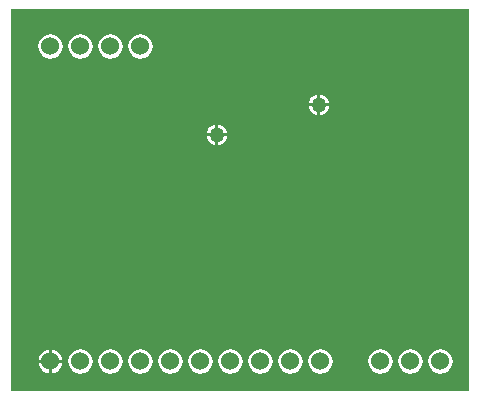
<source format=gbl>
G04*
G04 #@! TF.GenerationSoftware,Altium Limited,Altium Designer,20.1.14 (287)*
G04*
G04 Layer_Physical_Order=2*
G04 Layer_Color=16711680*
%FSLAX24Y24*%
%MOIN*%
G70*
G04*
G04 #@! TF.SameCoordinates,8CDA295F-3AC2-4F8A-B50F-62FCF4205E73*
G04*
G04*
G04 #@! TF.FilePolarity,Positive*
G04*
G01*
G75*
%ADD21C,0.0600*%
%ADD22C,0.0500*%
G36*
X49500Y29750D02*
X34250D01*
Y42500D01*
X49500D01*
Y29750D01*
D02*
G37*
%LPC*%
G36*
X38550Y41653D02*
X38446Y41640D01*
X38348Y41599D01*
X38265Y41535D01*
X38201Y41452D01*
X38160Y41354D01*
X38147Y41250D01*
X38160Y41146D01*
X38201Y41048D01*
X38265Y40965D01*
X38348Y40901D01*
X38446Y40860D01*
X38550Y40847D01*
X38654Y40860D01*
X38752Y40901D01*
X38835Y40965D01*
X38899Y41048D01*
X38940Y41146D01*
X38953Y41250D01*
X38940Y41354D01*
X38899Y41452D01*
X38835Y41535D01*
X38752Y41599D01*
X38654Y41640D01*
X38550Y41653D01*
D02*
G37*
G36*
X37550D02*
X37446Y41640D01*
X37348Y41599D01*
X37265Y41535D01*
X37201Y41452D01*
X37160Y41354D01*
X37147Y41250D01*
X37160Y41146D01*
X37201Y41048D01*
X37265Y40965D01*
X37348Y40901D01*
X37446Y40860D01*
X37550Y40847D01*
X37654Y40860D01*
X37752Y40901D01*
X37835Y40965D01*
X37899Y41048D01*
X37940Y41146D01*
X37953Y41250D01*
X37940Y41354D01*
X37899Y41452D01*
X37835Y41535D01*
X37752Y41599D01*
X37654Y41640D01*
X37550Y41653D01*
D02*
G37*
G36*
X36550D02*
X36446Y41640D01*
X36348Y41599D01*
X36265Y41535D01*
X36201Y41452D01*
X36160Y41354D01*
X36147Y41250D01*
X36160Y41146D01*
X36201Y41048D01*
X36265Y40965D01*
X36348Y40901D01*
X36446Y40860D01*
X36550Y40847D01*
X36654Y40860D01*
X36752Y40901D01*
X36835Y40965D01*
X36899Y41048D01*
X36940Y41146D01*
X36953Y41250D01*
X36940Y41354D01*
X36899Y41452D01*
X36835Y41535D01*
X36752Y41599D01*
X36654Y41640D01*
X36550Y41653D01*
D02*
G37*
G36*
X35550D02*
X35446Y41640D01*
X35348Y41599D01*
X35265Y41535D01*
X35201Y41452D01*
X35160Y41354D01*
X35147Y41250D01*
X35160Y41146D01*
X35201Y41048D01*
X35265Y40965D01*
X35348Y40901D01*
X35446Y40860D01*
X35550Y40847D01*
X35654Y40860D01*
X35752Y40901D01*
X35835Y40965D01*
X35899Y41048D01*
X35940Y41146D01*
X35953Y41250D01*
X35940Y41354D01*
X35899Y41452D01*
X35835Y41535D01*
X35752Y41599D01*
X35654Y41640D01*
X35550Y41653D01*
D02*
G37*
G36*
X44550Y39646D02*
Y39350D01*
X44846D01*
X44841Y39391D01*
X44806Y39477D01*
X44750Y39550D01*
X44677Y39606D01*
X44591Y39641D01*
X44550Y39646D01*
D02*
G37*
G36*
X44450D02*
X44409Y39641D01*
X44323Y39606D01*
X44250Y39550D01*
X44194Y39477D01*
X44159Y39391D01*
X44154Y39350D01*
X44450D01*
Y39646D01*
D02*
G37*
G36*
X44846Y39250D02*
X44550D01*
Y38954D01*
X44591Y38959D01*
X44677Y38994D01*
X44750Y39050D01*
X44806Y39123D01*
X44841Y39209D01*
X44846Y39250D01*
D02*
G37*
G36*
X44450D02*
X44154D01*
X44159Y39209D01*
X44194Y39123D01*
X44250Y39050D01*
X44323Y38994D01*
X44409Y38959D01*
X44450Y38954D01*
Y39250D01*
D02*
G37*
G36*
X41150Y38646D02*
Y38350D01*
X41446D01*
X41441Y38391D01*
X41406Y38477D01*
X41350Y38550D01*
X41277Y38606D01*
X41191Y38641D01*
X41150Y38646D01*
D02*
G37*
G36*
X41050D02*
X41009Y38641D01*
X40923Y38606D01*
X40850Y38550D01*
X40794Y38477D01*
X40759Y38391D01*
X40754Y38350D01*
X41050D01*
Y38646D01*
D02*
G37*
G36*
X41446Y38250D02*
X41150D01*
Y37954D01*
X41191Y37959D01*
X41277Y37994D01*
X41350Y38050D01*
X41406Y38123D01*
X41441Y38209D01*
X41446Y38250D01*
D02*
G37*
G36*
X41050D02*
X40754D01*
X40759Y38209D01*
X40794Y38123D01*
X40850Y38050D01*
X40923Y37994D01*
X41009Y37959D01*
X41050Y37954D01*
Y38250D01*
D02*
G37*
G36*
X35600Y31147D02*
Y30800D01*
X35947D01*
X35940Y30854D01*
X35899Y30952D01*
X35835Y31035D01*
X35752Y31099D01*
X35654Y31140D01*
X35600Y31147D01*
D02*
G37*
G36*
X35500D02*
X35446Y31140D01*
X35348Y31099D01*
X35265Y31035D01*
X35201Y30952D01*
X35160Y30854D01*
X35153Y30800D01*
X35500D01*
Y31147D01*
D02*
G37*
G36*
X35947Y30700D02*
X35600D01*
Y30353D01*
X35654Y30360D01*
X35752Y30401D01*
X35835Y30465D01*
X35899Y30548D01*
X35940Y30646D01*
X35947Y30700D01*
D02*
G37*
G36*
X35500D02*
X35153D01*
X35160Y30646D01*
X35201Y30548D01*
X35265Y30465D01*
X35348Y30401D01*
X35446Y30360D01*
X35500Y30353D01*
Y30700D01*
D02*
G37*
G36*
X48550Y31153D02*
X48446Y31140D01*
X48348Y31099D01*
X48265Y31035D01*
X48201Y30952D01*
X48160Y30854D01*
X48147Y30750D01*
X48160Y30646D01*
X48201Y30548D01*
X48265Y30465D01*
X48348Y30401D01*
X48446Y30360D01*
X48550Y30347D01*
X48654Y30360D01*
X48752Y30401D01*
X48835Y30465D01*
X48899Y30548D01*
X48940Y30646D01*
X48953Y30750D01*
X48940Y30854D01*
X48899Y30952D01*
X48835Y31035D01*
X48752Y31099D01*
X48654Y31140D01*
X48550Y31153D01*
D02*
G37*
G36*
X47550D02*
X47446Y31140D01*
X47348Y31099D01*
X47265Y31035D01*
X47201Y30952D01*
X47160Y30854D01*
X47147Y30750D01*
X47160Y30646D01*
X47201Y30548D01*
X47265Y30465D01*
X47348Y30401D01*
X47446Y30360D01*
X47550Y30347D01*
X47654Y30360D01*
X47752Y30401D01*
X47835Y30465D01*
X47899Y30548D01*
X47940Y30646D01*
X47953Y30750D01*
X47940Y30854D01*
X47899Y30952D01*
X47835Y31035D01*
X47752Y31099D01*
X47654Y31140D01*
X47550Y31153D01*
D02*
G37*
G36*
X46550D02*
X46446Y31140D01*
X46348Y31099D01*
X46265Y31035D01*
X46201Y30952D01*
X46160Y30854D01*
X46147Y30750D01*
X46160Y30646D01*
X46201Y30548D01*
X46265Y30465D01*
X46348Y30401D01*
X46446Y30360D01*
X46550Y30347D01*
X46654Y30360D01*
X46752Y30401D01*
X46835Y30465D01*
X46899Y30548D01*
X46940Y30646D01*
X46953Y30750D01*
X46940Y30854D01*
X46899Y30952D01*
X46835Y31035D01*
X46752Y31099D01*
X46654Y31140D01*
X46550Y31153D01*
D02*
G37*
G36*
X44550D02*
X44446Y31140D01*
X44348Y31099D01*
X44265Y31035D01*
X44201Y30952D01*
X44160Y30854D01*
X44147Y30750D01*
X44160Y30646D01*
X44201Y30548D01*
X44265Y30465D01*
X44348Y30401D01*
X44446Y30360D01*
X44550Y30347D01*
X44654Y30360D01*
X44752Y30401D01*
X44835Y30465D01*
X44899Y30548D01*
X44940Y30646D01*
X44953Y30750D01*
X44940Y30854D01*
X44899Y30952D01*
X44835Y31035D01*
X44752Y31099D01*
X44654Y31140D01*
X44550Y31153D01*
D02*
G37*
G36*
X43550D02*
X43446Y31140D01*
X43348Y31099D01*
X43265Y31035D01*
X43201Y30952D01*
X43160Y30854D01*
X43147Y30750D01*
X43160Y30646D01*
X43201Y30548D01*
X43265Y30465D01*
X43348Y30401D01*
X43446Y30360D01*
X43550Y30347D01*
X43654Y30360D01*
X43752Y30401D01*
X43835Y30465D01*
X43899Y30548D01*
X43940Y30646D01*
X43953Y30750D01*
X43940Y30854D01*
X43899Y30952D01*
X43835Y31035D01*
X43752Y31099D01*
X43654Y31140D01*
X43550Y31153D01*
D02*
G37*
G36*
X42550D02*
X42446Y31140D01*
X42348Y31099D01*
X42265Y31035D01*
X42201Y30952D01*
X42160Y30854D01*
X42147Y30750D01*
X42160Y30646D01*
X42201Y30548D01*
X42265Y30465D01*
X42348Y30401D01*
X42446Y30360D01*
X42550Y30347D01*
X42654Y30360D01*
X42752Y30401D01*
X42835Y30465D01*
X42899Y30548D01*
X42940Y30646D01*
X42953Y30750D01*
X42940Y30854D01*
X42899Y30952D01*
X42835Y31035D01*
X42752Y31099D01*
X42654Y31140D01*
X42550Y31153D01*
D02*
G37*
G36*
X41550D02*
X41446Y31140D01*
X41348Y31099D01*
X41265Y31035D01*
X41201Y30952D01*
X41160Y30854D01*
X41147Y30750D01*
X41160Y30646D01*
X41201Y30548D01*
X41265Y30465D01*
X41348Y30401D01*
X41446Y30360D01*
X41550Y30347D01*
X41654Y30360D01*
X41752Y30401D01*
X41835Y30465D01*
X41899Y30548D01*
X41940Y30646D01*
X41953Y30750D01*
X41940Y30854D01*
X41899Y30952D01*
X41835Y31035D01*
X41752Y31099D01*
X41654Y31140D01*
X41550Y31153D01*
D02*
G37*
G36*
X40550D02*
X40446Y31140D01*
X40348Y31099D01*
X40265Y31035D01*
X40201Y30952D01*
X40160Y30854D01*
X40147Y30750D01*
X40160Y30646D01*
X40201Y30548D01*
X40265Y30465D01*
X40348Y30401D01*
X40446Y30360D01*
X40550Y30347D01*
X40654Y30360D01*
X40752Y30401D01*
X40835Y30465D01*
X40899Y30548D01*
X40940Y30646D01*
X40953Y30750D01*
X40940Y30854D01*
X40899Y30952D01*
X40835Y31035D01*
X40752Y31099D01*
X40654Y31140D01*
X40550Y31153D01*
D02*
G37*
G36*
X39550D02*
X39446Y31140D01*
X39348Y31099D01*
X39265Y31035D01*
X39201Y30952D01*
X39160Y30854D01*
X39147Y30750D01*
X39160Y30646D01*
X39201Y30548D01*
X39265Y30465D01*
X39348Y30401D01*
X39446Y30360D01*
X39550Y30347D01*
X39654Y30360D01*
X39752Y30401D01*
X39835Y30465D01*
X39899Y30548D01*
X39940Y30646D01*
X39953Y30750D01*
X39940Y30854D01*
X39899Y30952D01*
X39835Y31035D01*
X39752Y31099D01*
X39654Y31140D01*
X39550Y31153D01*
D02*
G37*
G36*
X38550D02*
X38446Y31140D01*
X38348Y31099D01*
X38265Y31035D01*
X38201Y30952D01*
X38160Y30854D01*
X38147Y30750D01*
X38160Y30646D01*
X38201Y30548D01*
X38265Y30465D01*
X38348Y30401D01*
X38446Y30360D01*
X38550Y30347D01*
X38654Y30360D01*
X38752Y30401D01*
X38835Y30465D01*
X38899Y30548D01*
X38940Y30646D01*
X38953Y30750D01*
X38940Y30854D01*
X38899Y30952D01*
X38835Y31035D01*
X38752Y31099D01*
X38654Y31140D01*
X38550Y31153D01*
D02*
G37*
G36*
X37550D02*
X37446Y31140D01*
X37348Y31099D01*
X37265Y31035D01*
X37201Y30952D01*
X37160Y30854D01*
X37147Y30750D01*
X37160Y30646D01*
X37201Y30548D01*
X37265Y30465D01*
X37348Y30401D01*
X37446Y30360D01*
X37550Y30347D01*
X37654Y30360D01*
X37752Y30401D01*
X37835Y30465D01*
X37899Y30548D01*
X37940Y30646D01*
X37953Y30750D01*
X37940Y30854D01*
X37899Y30952D01*
X37835Y31035D01*
X37752Y31099D01*
X37654Y31140D01*
X37550Y31153D01*
D02*
G37*
G36*
X36550D02*
X36446Y31140D01*
X36348Y31099D01*
X36265Y31035D01*
X36201Y30952D01*
X36160Y30854D01*
X36147Y30750D01*
X36160Y30646D01*
X36201Y30548D01*
X36265Y30465D01*
X36348Y30401D01*
X36446Y30360D01*
X36550Y30347D01*
X36654Y30360D01*
X36752Y30401D01*
X36835Y30465D01*
X36899Y30548D01*
X36940Y30646D01*
X36953Y30750D01*
X36940Y30854D01*
X36899Y30952D01*
X36835Y31035D01*
X36752Y31099D01*
X36654Y31140D01*
X36550Y31153D01*
D02*
G37*
%LPD*%
D21*
X48550Y30750D02*
D03*
X47550D02*
D03*
X46550D02*
D03*
X44550D02*
D03*
X43550D02*
D03*
X42550D02*
D03*
X41550D02*
D03*
X40550D02*
D03*
X39550D02*
D03*
X38550D02*
D03*
X37550D02*
D03*
X36550D02*
D03*
X35550D02*
D03*
Y41250D02*
D03*
X36550D02*
D03*
X37550D02*
D03*
X38550D02*
D03*
D22*
X41100Y38300D02*
D03*
X44500Y39300D02*
D03*
M02*

</source>
